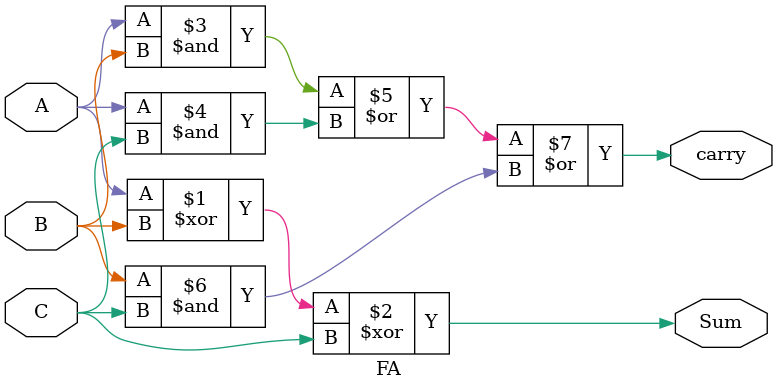
<source format=v>
`timescale 1ns / 1ps


module FA(
    input  A , B , C,
    output  Sum,
    output carry
    );
    
    // Behavioral Realization
  // assign {carry , Sum} = A + B + C ;
   
   // data flow 
   assign Sum = A ^ B ^ C ; 
   assign carry = (A & B ) | (A & C) | (B & C) ; 
   
    
endmodule

</source>
